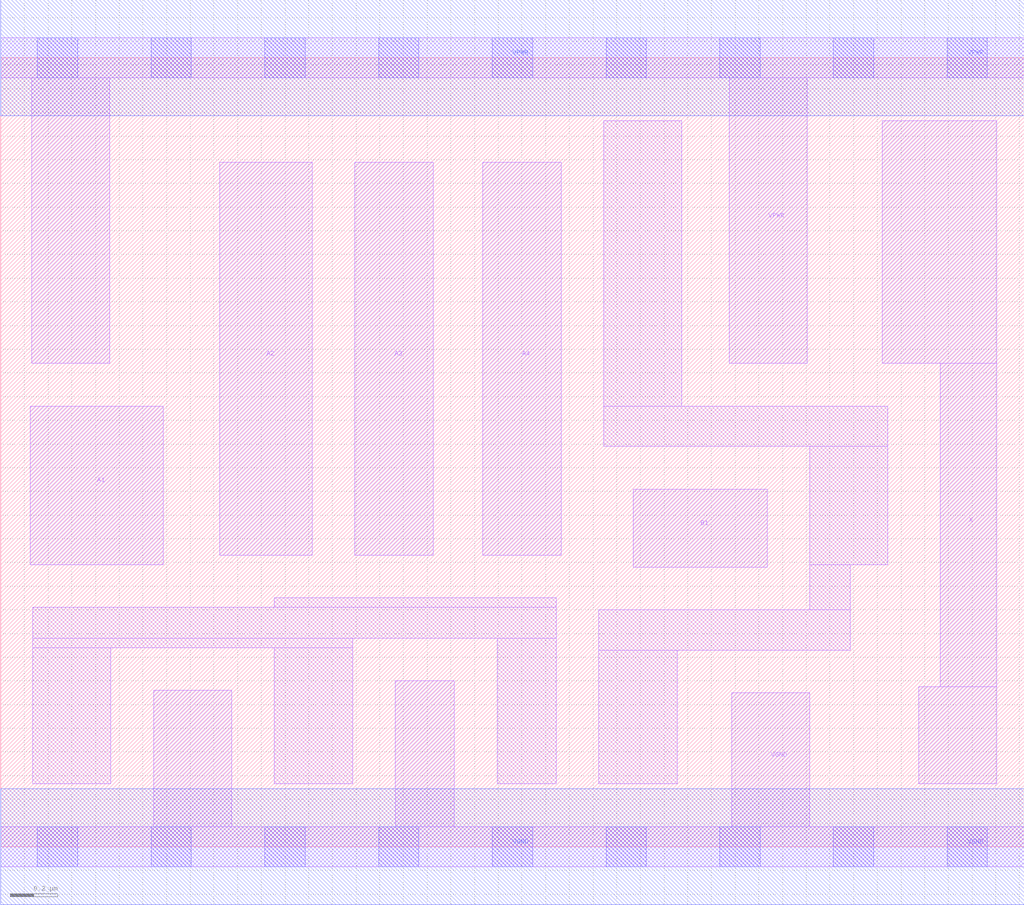
<source format=lef>
# Copyright 2020 The SkyWater PDK Authors
#
# Licensed under the Apache License, Version 2.0 (the "License");
# you may not use this file except in compliance with the License.
# You may obtain a copy of the License at
#
#     https://www.apache.org/licenses/LICENSE-2.0
#
# Unless required by applicable law or agreed to in writing, software
# distributed under the License is distributed on an "AS IS" BASIS,
# WITHOUT WARRANTIES OR CONDITIONS OF ANY KIND, either express or implied.
# See the License for the specific language governing permissions and
# limitations under the License.
#
# SPDX-License-Identifier: Apache-2.0

VERSION 5.7 ;
  NAMESCASESENSITIVE ON ;
  NOWIREEXTENSIONATPIN ON ;
  DIVIDERCHAR "/" ;
  BUSBITCHARS "[]" ;
UNITS
  DATABASE MICRONS 200 ;
END UNITS
MACRO sky130_fd_sc_lp__o41a_lp
  CLASS CORE ;
  SOURCE USER ;
  FOREIGN sky130_fd_sc_lp__o41a_lp ;
  ORIGIN  0.000000  0.000000 ;
  SIZE  4.320000 BY  3.330000 ;
  SYMMETRY X Y R90 ;
  SITE unit ;
  PIN A1
    ANTENNAGATEAREA  0.313000 ;
    DIRECTION INPUT ;
    USE SIGNAL ;
    PORT
      LAYER li1 ;
        RECT 0.125000 1.190000 0.685000 1.860000 ;
    END
  END A1
  PIN A2
    ANTENNAGATEAREA  0.313000 ;
    DIRECTION INPUT ;
    USE SIGNAL ;
    PORT
      LAYER li1 ;
        RECT 0.925000 1.230000 1.315000 2.890000 ;
    END
  END A2
  PIN A3
    ANTENNAGATEAREA  0.313000 ;
    DIRECTION INPUT ;
    USE SIGNAL ;
    PORT
      LAYER li1 ;
        RECT 1.495000 1.230000 1.825000 2.890000 ;
    END
  END A3
  PIN A4
    ANTENNAGATEAREA  0.313000 ;
    DIRECTION INPUT ;
    USE SIGNAL ;
    PORT
      LAYER li1 ;
        RECT 2.035000 1.230000 2.365000 2.890000 ;
    END
  END A4
  PIN B1
    ANTENNAGATEAREA  0.313000 ;
    DIRECTION INPUT ;
    USE SIGNAL ;
    PORT
      LAYER li1 ;
        RECT 2.670000 1.180000 3.235000 1.510000 ;
    END
  END B1
  PIN X
    ANTENNADIFFAREA  0.404700 ;
    DIRECTION OUTPUT ;
    USE SIGNAL ;
    PORT
      LAYER li1 ;
        RECT 3.720000 2.040000 4.205000 3.065000 ;
        RECT 3.875000 0.265000 4.205000 0.675000 ;
        RECT 3.965000 0.675000 4.205000 2.040000 ;
    END
  END X
  PIN VGND
    DIRECTION INOUT ;
    USE GROUND ;
    PORT
      LAYER li1 ;
        RECT 0.000000 -0.085000 4.320000 0.085000 ;
        RECT 0.645000  0.085000 0.975000 0.660000 ;
        RECT 1.665000  0.085000 1.915000 0.700000 ;
        RECT 3.085000  0.085000 3.415000 0.650000 ;
      LAYER mcon ;
        RECT 0.155000 -0.085000 0.325000 0.085000 ;
        RECT 0.635000 -0.085000 0.805000 0.085000 ;
        RECT 1.115000 -0.085000 1.285000 0.085000 ;
        RECT 1.595000 -0.085000 1.765000 0.085000 ;
        RECT 2.075000 -0.085000 2.245000 0.085000 ;
        RECT 2.555000 -0.085000 2.725000 0.085000 ;
        RECT 3.035000 -0.085000 3.205000 0.085000 ;
        RECT 3.515000 -0.085000 3.685000 0.085000 ;
        RECT 3.995000 -0.085000 4.165000 0.085000 ;
      LAYER met1 ;
        RECT 0.000000 -0.245000 4.320000 0.245000 ;
    END
  END VGND
  PIN VPWR
    DIRECTION INOUT ;
    USE POWER ;
    PORT
      LAYER li1 ;
        RECT 0.000000 3.245000 4.320000 3.415000 ;
        RECT 0.130000 2.040000 0.460000 3.245000 ;
        RECT 3.075000 2.040000 3.405000 3.245000 ;
      LAYER mcon ;
        RECT 0.155000 3.245000 0.325000 3.415000 ;
        RECT 0.635000 3.245000 0.805000 3.415000 ;
        RECT 1.115000 3.245000 1.285000 3.415000 ;
        RECT 1.595000 3.245000 1.765000 3.415000 ;
        RECT 2.075000 3.245000 2.245000 3.415000 ;
        RECT 2.555000 3.245000 2.725000 3.415000 ;
        RECT 3.035000 3.245000 3.205000 3.415000 ;
        RECT 3.515000 3.245000 3.685000 3.415000 ;
        RECT 3.995000 3.245000 4.165000 3.415000 ;
      LAYER met1 ;
        RECT 0.000000 3.085000 4.320000 3.575000 ;
    END
  END VPWR
  OBS
    LAYER li1 ;
      RECT 0.135000 0.265000 0.465000 0.840000 ;
      RECT 0.135000 0.840000 1.485000 0.880000 ;
      RECT 0.135000 0.880000 2.345000 1.010000 ;
      RECT 1.155000 0.265000 1.485000 0.840000 ;
      RECT 1.155000 1.010000 2.345000 1.050000 ;
      RECT 2.095000 0.265000 2.345000 0.880000 ;
      RECT 2.525000 0.265000 2.855000 0.830000 ;
      RECT 2.525000 0.830000 3.585000 1.000000 ;
      RECT 2.545000 1.690000 3.745000 1.860000 ;
      RECT 2.545000 1.860000 2.875000 3.065000 ;
      RECT 3.415000 1.000000 3.585000 1.190000 ;
      RECT 3.415000 1.190000 3.745000 1.690000 ;
  END
END sky130_fd_sc_lp__o41a_lp

</source>
